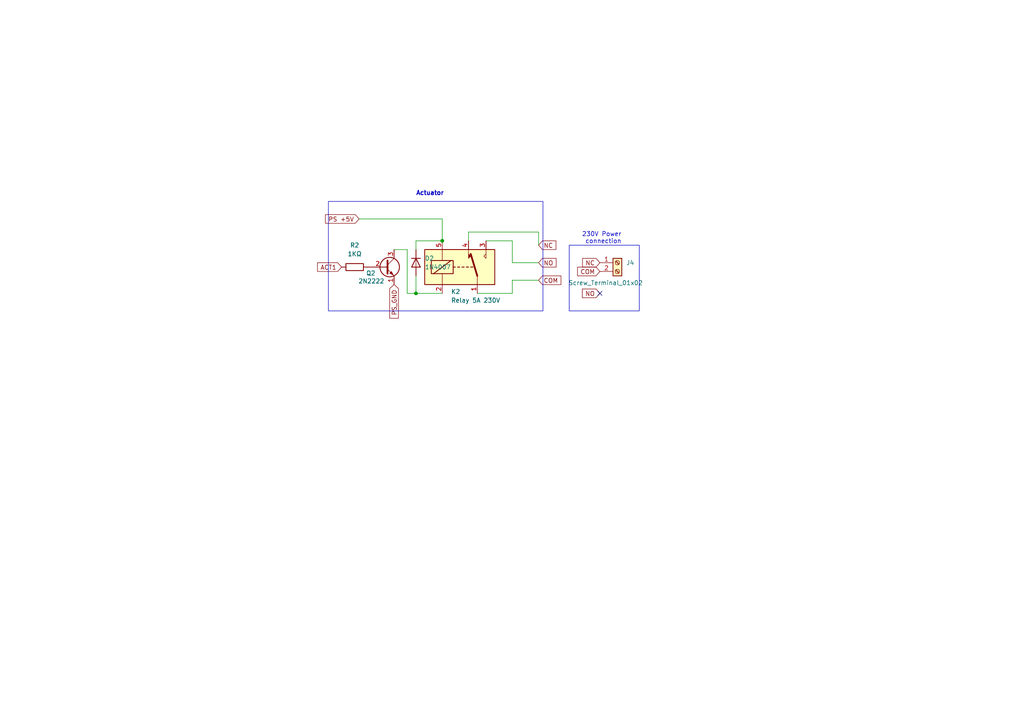
<source format=kicad_sch>
(kicad_sch (version 20231120) (generator "eeschema") (generator_version "8.0")
  (paper "A4")
  (lib_symbols
    (symbol "Connector:Screw_Terminal_01x02" (pin_names (offset 1.016) hide)
      (property "Reference" "J" (at 0 2.54 0))
      (property "Value" "Screw_Terminal_01x02" (at 0 -5.08 0))
      (symbol "Screw_Terminal_01x02_1_1"
        (rectangle (start -1.27 1.27) (end 1.27 -3.81) (stroke (width 0.254)) (fill (type background)))
        (circle (center 0 -2.54) (radius 0.635) (stroke (width 0.1524)))
        (polyline (pts (xy -0.5334 -2.2098) (xy 0.3302 -3.048)) (stroke (width 0.1524)))
        (polyline (pts (xy -0.5334 0.3302) (xy 0.3302 -0.508)) (stroke (width 0.1524)))
        (polyline (pts (xy -0.3556 -2.032) (xy 0.508 -2.8702)) (stroke (width 0.1524)))
        (polyline (pts (xy -0.3556 0.508) (xy 0.508 -0.3302)) (stroke (width 0.1524)))
        (circle (center 0 0) (radius 0.635) (stroke (width 0.1524)))
        (pin passive line (at -5.08 0 0) (length 3.81) (name "Pin_1") (number "1"))
        (pin passive line (at -5.08 -2.54 0) (length 3.81) (name "Pin_2") (number "2"))
      )
    )
    (symbol "Device:R" (pin_numbers hide) (pin_names (offset 0))
      (property "Reference" "R" (at 2.032 0 90))
      (property "Value" "R" (at 0 0 90))
      (symbol "R_0_1"
        (rectangle (start -1.016 -2.54) (end 1.016 2.54) (stroke (width 0.254)))
      )
      (symbol "R_1_1"
        (pin passive line (at 0 3.81 270) (length 1.27) (name "~") (number "1"))
        (pin passive line (at 0 -3.81 90) (length 1.27) (name "~") (number "2"))
      )
    )
    (symbol "Diode:1N4007" (pin_numbers hide) (pin_names hide)
      (property "Reference" "D" (at 0 2.54 0))
      (property "Value" "1N4007" (at 0 -2.54 0))
      (symbol "1N4007_0_1"
        (polyline (pts (xy -1.27 1.27) (xy -1.27 -1.27)) (stroke (width 0.254)))
        (polyline (pts (xy 1.27 0) (xy -1.27 0)))
        (polyline (pts (xy 1.27 1.27) (xy 1.27 -1.27) (xy -1.27 0) (xy 1.27 1.27)) (stroke (width 0.254)))
      )
      (symbol "1N4007_1_1"
        (pin passive line (at -3.81 0 0) (length 2.54) (name "K") (number "1"))
        (pin passive line (at 3.81 0 180) (length 2.54) (name "A") (number "2"))
      )
    )
    (symbol "Relay:SANYOU_SRD_Form_C"
      (property "Reference" "K" (at 11.43 3.81 0))
      (property "Value" "SANYOU_SRD_Form_C" (at 11.43 1.27 0))
      (symbol "SANYOU_SRD_Form_C_0_0"
        (polyline (pts (xy 7.62 5.08) (xy 7.62 2.54) (xy 6.985 3.175) (xy 7.62 3.81)))
      )
      (symbol "SANYOU_SRD_Form_C_0_1"
        (rectangle (start -10.16 5.08) (end 10.16 -5.08) (stroke (width 0.254)) (fill (type background)))
        (rectangle (start -8.255 1.905) (end -1.905 -1.905) (stroke (width 0.254)))
        (polyline (pts (xy -7.62 -1.905) (xy -2.54 1.905)) (stroke (width 0.254)))
        (polyline (pts (xy -5.08 -5.08) (xy -5.08 -1.905)))
        (polyline (pts (xy -5.08 5.08) (xy -5.08 1.905)))
        (polyline (pts (xy -1.905 0) (xy -1.27 0)) (stroke (width 0.254)))
        (polyline (pts (xy -0.635 0) (xy 0 0)) (stroke (width 0.254)))
        (polyline (pts (xy 0.635 0) (xy 1.27 0)) (stroke (width 0.254)))
        (polyline (pts (xy 1.905 0) (xy 2.54 0)) (stroke (width 0.254)))
        (polyline (pts (xy 3.175 0) (xy 3.81 0)) (stroke (width 0.254)))
        (polyline (pts (xy 5.08 -2.54) (xy 3.175 3.81)) (stroke (width 0.508)))
        (polyline (pts (xy 5.08 -2.54) (xy 5.08 -5.08)))
      )
      (symbol "SANYOU_SRD_Form_C_1_1"
        (polyline (pts (xy 2.54 3.81) (xy 3.175 3.175) (xy 2.54 2.54) (xy 2.54 5.08)) (fill (type outline)))
        (pin passive line (at 5.08 -7.62 90) (length 2.54) (name "~") (number "1"))
        (pin passive line (at -5.08 -7.62 90) (length 2.54) (name "~") (number "2"))
        (pin passive line (at 7.62 7.62 270) (length 2.54) (name "~") (number "3"))
        (pin passive line (at 2.54 7.62 270) (length 2.54) (name "~") (number "4"))
        (pin passive line (at -5.08 7.62 270) (length 2.54) (name "~") (number "5"))
      )
    )
    (symbol "Transistor_BJT:2N3904" (pin_names (offset 0) hide)
      (property "Reference" "Q" (at 5.08 1.905 0))
      (property "Value" "2N3904" (at 5.08 0 0))
      (symbol "2N3904_0_1"
        (polyline (pts (xy 0.635 0.635) (xy 2.54 2.54)))
        (polyline (pts (xy 0.635 -0.635) (xy 2.54 -2.54) (xy 2.54 -2.54)))
        (polyline (pts (xy 0.635 1.905) (xy 0.635 -1.905) (xy 0.635 -1.905)) (stroke (width 0.508)))
        (polyline (pts (xy 1.27 -1.778) (xy 1.778 -1.27) (xy 2.286 -2.286) (xy 1.27 -1.778) (xy 1.27 -1.778)) (fill (type outline)))
        (circle (center 1.27 0) (radius 2.8194) (stroke (width 0.254)))
      )
      (symbol "2N3904_1_1"
        (pin passive line (at 2.54 -5.08 90) (length 2.54) (name "E") (number "1"))
        (pin passive line (at -5.08 0 0) (length 5.715) (name "B") (number "2"))
        (pin passive line (at 2.54 5.08 270) (length 2.54) (name "C") (number "3"))
      )
    )
  )
  (junction (at 120.65 85.09))
  (junction (at 128.27 69.85))
  (no_connect (at 173.99 85.09))
  (wire (pts (xy 148.59 76.2) (xy 156.21 76.2)))
  (wire (pts (xy 120.65 85.09) (xy 128.27 85.09)))
  (wire (pts (xy 120.65 69.85) (xy 120.65 72.39)))
  (wire (pts (xy 140.97 69.85) (xy 148.59 69.85)))
  (wire (pts (xy 128.27 69.85) (xy 120.65 69.85)))
  (wire (pts (xy 118.11 72.39) (xy 118.11 85.09)))
  (wire (pts (xy 148.59 85.09) (xy 148.59 81.28)))
  (wire (pts (xy 156.21 67.31) (xy 156.21 71.12)))
  (wire (pts (xy 114.3 72.39) (xy 118.11 72.39)))
  (wire (pts (xy 118.11 85.09) (xy 120.65 85.09)))
  (wire (pts (xy 135.89 69.85) (xy 135.89 67.31)))
  (wire (pts (xy 120.65 80.01) (xy 120.65 85.09)))
  (wire (pts (xy 128.27 63.5) (xy 128.27 69.85)))
  (wire (pts (xy 104.14 63.5) (xy 128.27 63.5)))
  (wire (pts (xy 148.59 69.85) (xy 148.59 76.2)))
  (wire (pts (xy 138.43 85.09) (xy 148.59 85.09)))
  (wire (pts (xy 148.59 81.28) (xy 156.21 81.28)))
  (wire (pts (xy 135.89 67.31) (xy 156.21 67.31)))
  (rectangle (start 95.25 58.42) (end 157.48 90.17))
  (rectangle (start 165.1 71.12) (end 185.42 90.17))
  (text "Actuator\n" (at 124.714 56.134 0) (effects (font (size 1.27 1.27) (thickness 0.254) (bold yes))))
  (text "230V Power \nconnection" (at 175.006 69.088 0) (effects (font (size 1.27 1.27))))
  (global_label "PS_GND" (shape input) (at 114.3 82.55 270) (property "Intersheetrefs" "${INTERSHEET_REFS}" (effects (hide yes))))
  (global_label "PS +5V" (shape input) (at 104.14 63.5 180) (property "Intersheetrefs" "${INTERSHEET_REFS}" (effects (hide yes))))
  (global_label "COM" (shape input) (at 173.99 78.74 180) (property "Intersheetrefs" "${INTERSHEET_REFS}" (effects (hide yes))))
  (global_label "NC" (shape input) (at 173.99 76.2 180) (property "Intersheetrefs" "${INTERSHEET_REFS}" (effects (hide yes))))
  (global_label "ACT1" (shape input) (at 99.06 77.47 180) (property "Intersheetrefs" "${INTERSHEET_REFS}" (effects (hide yes))))
  (global_label "NC" (shape input) (at 156.21 71.12 0) (property "Intersheetrefs" "${INTERSHEET_REFS}" (effects (hide yes))))
  (global_label "COM" (shape input) (at 156.21 81.28 0) (property "Intersheetrefs" "${INTERSHEET_REFS}" (effects (hide yes))))
  (global_label "NO" (shape input) (at 173.99 85.09 180) (property "Intersheetrefs" "${INTERSHEET_REFS}" (effects (hide yes))))
  (global_label "NO" (shape input) (at 156.21 76.2 0) (property "Intersheetrefs" "${INTERSHEET_REFS}" (effects (hide yes))))
  (symbol (lib_id "Relay:SANYOU_SRD_Form_C") (at 133.35 77.47 0) (unit 1)
    (property "Reference" "K2" (at 130.81 84.582 0) (effects (justify left)))
    (property "Value" "Relay 5A 230V" (at 130.81 87.122 0) (effects (justify left)))
    (property "Footprint" "Relay_THT:Relay_SPDT_SANYOU_SRD_Series_Form_C" (effects (hide yes)))
    (property "Datasheet" "http://www.sanyourelay.ca/public/products/pdf/SRD.pdf" (effects (hide yes)))
    (property "Description" "Sanyo SRD relay, Single Pole Miniature Power Relay," (effects (hide yes)))
  )
  (symbol (lib_id "Device:R") (at 102.87 77.47 90) (unit 1)
    (property "Reference" "R2" (at 102.87 71.12 90))
    (property "Value" "1KΩ" (at 102.87 73.66 90))
    (property "Footprint" "Resistor_THT:R_Axial_DIN0207_L6.3mm_D2.5mm_P7.62mm_Horizontal" (effects (hide yes)))
    (property "Description" "Resistor" (effects (hide yes)))
  )
  (symbol (lib_id "Transistor_BJT:2N3904") (at 111.76 77.47 0) (unit 1)
    (property "Reference" "Q2" (at 106.172 79.248 0) (effects (justify left)))
    (property "Value" "2N2222" (at 111.506 81.534 0) (effects (justify right)))
    (property "Footprint" "Package_TO_SOT_THT:TO-92_Inline" (effects (hide yes)))
    (property "Datasheet" "https://www.onsemi.com/pub/Collateral/2N3903-D.PDF" (effects (hide yes)))
    (property "Description" "0.2A Ic, 40V Vce, Small Signal NPN Transistor, TO-92" (effects (hide yes)))
  )
  (symbol (lib_id "Diode:1N4007") (at 120.65 76.2 270) (unit 1)
    (property "Reference" "D2" (at 123.19 74.9299 90) (effects (justify left)))
    (property "Value" "1N4007" (at 123.19 77.4699 90) (effects (justify left)))
    (property "Footprint" "Diode_THT:D_DO-41_SOD81_P10.16mm_Horizontal" (effects (hide yes)))
    (property "Datasheet" "http://www.vishay.com/docs/88503/1n4001.pdf" (effects (hide yes)))
    (property "Description" "1000V 1A General Purpose Rectifier Diode, DO-41" (effects (hide yes)))
    (property "Sim.Device" "D" (effects (hide yes)))
    (property "Sim.Pins" "1=K 2=A" (effects (hide yes)))
  )
  (symbol (lib_id "Connector:Screw_Terminal_01x02") (at 179.07 76.2 0) (unit 1)
    (property "Reference" "J4" (at 181.61 76.1999 0) (effects (justify left)))
    (property "Value" "Screw_Terminal_01x02" (at 164.846 82.042 0) (effects (justify left)))
    (property "Footprint" "TerminalBlock_MetzConnect:TerminalBlock_MetzConnect_360291_1x01_Horizontal_ScrewM3.0_Boxed" (effects (hide yes)))
    (property "Description" "Generic screw terminal, single row, 01x02, script generated (kicad-library-utils/schlib/autogen/connector/)" (effects (hide yes)))
  )
)
</source>
